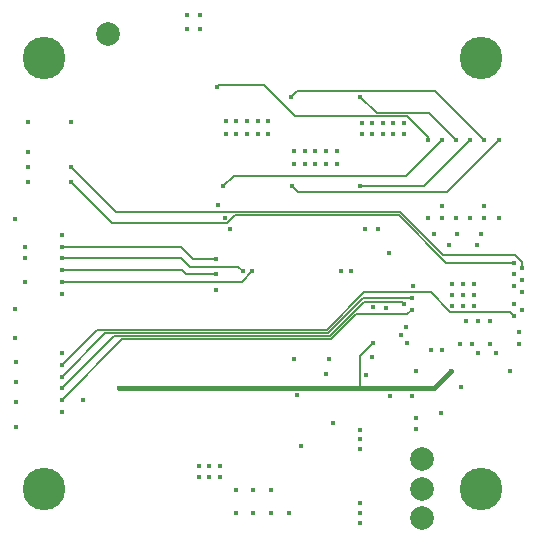
<source format=gbr>
%TF.GenerationSoftware,KiCad,Pcbnew,8.0.7*%
%TF.CreationDate,2025-04-07T22:13:35-04:00*%
%TF.ProjectId,motor-controller,6d6f746f-722d-4636-9f6e-74726f6c6c65,1*%
%TF.SameCoordinates,Original*%
%TF.FileFunction,Copper,L2,Inr*%
%TF.FilePolarity,Positive*%
%FSLAX46Y46*%
G04 Gerber Fmt 4.6, Leading zero omitted, Abs format (unit mm)*
G04 Created by KiCad (PCBNEW 8.0.7) date 2025-04-07 22:13:35*
%MOMM*%
%LPD*%
G01*
G04 APERTURE LIST*
%TA.AperFunction,ComponentPad*%
%ADD10C,3.600000*%
%TD*%
%TA.AperFunction,ViaPad*%
%ADD11C,0.450000*%
%TD*%
%TA.AperFunction,ViaPad*%
%ADD12C,2.000000*%
%TD*%
%TA.AperFunction,Conductor*%
%ADD13C,0.400000*%
%TD*%
%TA.AperFunction,Conductor*%
%ADD14C,0.200000*%
%TD*%
%TA.AperFunction,Conductor*%
%ADD15C,0.153000*%
%TD*%
%TA.AperFunction,Conductor*%
%ADD16C,0.175000*%
%TD*%
G04 APERTURE END LIST*
D10*
%TO.N,N/C*%
%TO.C,H2*%
X228500000Y-129000000D03*
%TD*%
%TO.N,N/C*%
%TO.C,H1*%
X191500000Y-129000000D03*
%TD*%
%TO.N,N/C*%
%TO.C,H3*%
X191500000Y-165500000D03*
%TD*%
%TO.N,N/C*%
%TO.C,H4*%
X228500000Y-165500000D03*
%TD*%
D11*
%TO.N,/motor_driver/MOTOR_{U}*%
X212700000Y-138000000D03*
X213600000Y-138000000D03*
X216300000Y-136900000D03*
X212700000Y-136900000D03*
X215400000Y-138000000D03*
X215400000Y-136900000D03*
X216300000Y-138000000D03*
X214500000Y-136900000D03*
X228520000Y-143900000D03*
X213600000Y-136900000D03*
X214500000Y-138000000D03*
D12*
%TO.N,GND*%
X223500000Y-165500000D03*
D11*
X227900000Y-149100000D03*
X222800000Y-148350000D03*
X220500000Y-150169999D03*
X189940000Y-148000000D03*
X204650000Y-164550000D03*
X223000000Y-155500000D03*
X227000000Y-149100000D03*
X227000000Y-150000000D03*
X231350000Y-149850000D03*
X189150000Y-154800000D03*
X227900000Y-150000000D03*
X231750000Y-153230000D03*
X189150000Y-158200000D03*
X204650000Y-163550000D03*
X207750000Y-165590001D03*
X224250000Y-153750000D03*
X226100000Y-148200000D03*
X229250000Y-151270000D03*
X227900000Y-148200000D03*
X205500000Y-164550000D03*
X189940000Y-146000000D03*
X212720000Y-154500000D03*
X203600000Y-126600000D03*
X206400000Y-163550000D03*
X203600000Y-125400000D03*
X193000001Y-149000000D03*
X205500000Y-163550000D03*
X206400000Y-164550000D03*
X190180000Y-134460000D03*
X189100000Y-152700000D03*
X216625000Y-147100000D03*
X189125000Y-160300000D03*
X223000000Y-160480000D03*
X189150000Y-156500000D03*
X215350000Y-155800001D03*
X227250000Y-151270000D03*
X215680000Y-154500000D03*
X227000000Y-148200000D03*
X219800000Y-143520000D03*
X204700000Y-125400000D03*
X190180000Y-138270000D03*
X193000001Y-154000000D03*
X189100000Y-142700000D03*
X206100000Y-148650000D03*
X204700000Y-126600000D03*
X222700000Y-157687500D03*
X209250000Y-165600000D03*
X189100000Y-150300000D03*
X190200000Y-137000000D03*
X228250000Y-151270000D03*
X216000000Y-159930000D03*
X226850000Y-156900000D03*
X226100000Y-150000000D03*
X231000000Y-155500000D03*
X226100000Y-149100000D03*
X219350000Y-150140001D03*
X225150000Y-159100000D03*
D12*
%TO.N,+BATT*%
X196900000Y-127000000D03*
D11*
X219350000Y-153159999D03*
X197825000Y-156950000D03*
X225975001Y-155500000D03*
%TO.N,+3V0*%
X225230000Y-153750000D03*
X220725000Y-145540001D03*
X218750000Y-155875001D03*
X218725000Y-143490001D03*
D12*
X223500000Y-163000000D03*
D11*
%TO.N,/motor_driver/MOTOR_{V}*%
X220200000Y-135500000D03*
X222000000Y-135500000D03*
X221100000Y-135500000D03*
X219300000Y-135500000D03*
X218400000Y-135500000D03*
X221100000Y-134500000D03*
X218400000Y-134500000D03*
X220200000Y-134500000D03*
X222000000Y-134500000D03*
X226520000Y-143900000D03*
X219300000Y-134500000D03*
%TO.N,/motor_driver/MOTOR_{W}*%
X210500000Y-135500000D03*
X207800000Y-135500000D03*
X224520000Y-143900000D03*
X209600000Y-134400000D03*
X206900000Y-135500000D03*
X206900000Y-134400000D03*
X207800000Y-134400000D03*
X208700000Y-135500000D03*
X210500000Y-134400000D03*
X209600000Y-135500000D03*
X208700000Y-134400000D03*
%TO.N,/motor_driver/NRST*%
X226750000Y-153250000D03*
X223000000Y-159520000D03*
X193820000Y-134460000D03*
X219250000Y-154375000D03*
%TO.N,/motor_driver/OSC32_N*%
X229250000Y-153250000D03*
%TO.N,/motor_driver/OSC32_P*%
X229750000Y-154000000D03*
%TO.N,/motor_driver/OSC_N*%
X227750000Y-153250000D03*
%TO.N,/motor_driver/OSC_P*%
X228250000Y-154000000D03*
%TO.N,Net-(D1B-K)*%
X228200000Y-144900000D03*
X228800000Y-141590001D03*
%TO.N,Net-(D2B-K)*%
X225800000Y-144900000D03*
X225200000Y-141590001D03*
%TO.N,+3V3*%
X189940001Y-145000000D03*
X231750000Y-152270000D03*
X217525000Y-147100000D03*
X210750000Y-165590001D03*
X190180000Y-139540000D03*
X193000001Y-159000000D03*
X212950000Y-157575000D03*
X194859999Y-158000000D03*
X218250000Y-162150000D03*
X218250000Y-161300000D03*
X218250000Y-160500000D03*
D12*
X223500000Y-168000000D03*
D11*
X193000001Y-144000000D03*
%TO.N,/motor_driver/VEL_ENC_{~{DET}}*%
X222650000Y-150350000D03*
X193000000Y-158000000D03*
%TO.N,/encoder/VEL_ENC.B*%
X222650000Y-149350000D03*
X193000000Y-156000000D03*
%TO.N,/encoder/VEL_ENC.A*%
X222000000Y-149850000D03*
X193000000Y-157000000D03*
%TO.N,/encoder/VEL_ENC.Z*%
X231350000Y-150850000D03*
X193000000Y-155000000D03*
%TO.N,/encoder/MOSI*%
X193000000Y-148000000D03*
X209150000Y-147100000D03*
%TO.N,/encoder/SCK*%
X208350000Y-147100000D03*
X193000000Y-146000000D03*
%TO.N,/encoder/MISO*%
X193000000Y-147000000D03*
X206100000Y-147350000D03*
%TO.N,/encoder/CSn*%
X206100000Y-146050000D03*
X193000000Y-145000000D03*
%TO.N,/BOOT_UART.RST*%
X209250000Y-167575000D03*
X220800000Y-157687500D03*
%TO.N,Net-(Q1-G)*%
X212445000Y-132300000D03*
X228800000Y-142609999D03*
X228800000Y-135990001D03*
%TO.N,Net-(Q2-G)*%
X230000000Y-135990001D03*
X230000000Y-142609999D03*
X212495001Y-139900000D03*
%TO.N,Net-(Q3-G)*%
X218295001Y-132300000D03*
X226400000Y-142609999D03*
X226400000Y-135990001D03*
%TO.N,/motor_driver/LED_{WARN}*%
X232000000Y-150350000D03*
%TO.N,Net-(Q4-G)*%
X227600000Y-142609999D03*
X218295001Y-139900000D03*
X227600000Y-135990001D03*
%TO.N,Net-(Q5-G)*%
X206175000Y-131450000D03*
X224000000Y-142609999D03*
X224000000Y-135990001D03*
%TO.N,Net-(Q6-G)*%
X206695001Y-139900000D03*
X225200000Y-142609999D03*
X225200000Y-135990001D03*
%TO.N,/motor_driver/LED_{FW_READY}*%
X231350000Y-148350000D03*
%TO.N,/motor_driver/LED_{ERROR}*%
X232000000Y-147850000D03*
%TO.N,/motor_driver/HALL_{1}*%
X222250000Y-153153500D03*
X206800000Y-142550000D03*
%TO.N,/motor_driver/HALL_{2}*%
X221750000Y-152525000D03*
X207300000Y-143500000D03*
%TO.N,/motor_driver/HALL_{3}*%
X206250000Y-141500000D03*
X222200000Y-151850000D03*
%TO.N,/BOOT_UART.RX*%
X210750000Y-167575000D03*
X231350000Y-147350000D03*
%TO.N,Net-(J5-Pin_8)*%
X212250000Y-167575000D03*
%TO.N,/BOOT_UART.BOOT0*%
X207750000Y-167575000D03*
X232000000Y-148850000D03*
%TO.N,/motor_driver/SWCLK*%
X213259999Y-161850000D03*
X193820000Y-138270000D03*
X232000000Y-146850000D03*
%TO.N,Net-(J5-Pin_12)*%
X218250000Y-166750000D03*
X218250000Y-168400000D03*
X218250000Y-167575000D03*
%TO.N,/motor_driver/SWDIO*%
X193820000Y-139540000D03*
X231350000Y-146350000D03*
%TD*%
D13*
%TO.N,+BATT*%
X225975001Y-155500000D02*
X224525001Y-156950000D01*
X224525001Y-156950000D02*
X218250000Y-156950000D01*
D14*
X219350000Y-153159999D02*
X218246000Y-154263999D01*
D13*
X218250000Y-156950000D02*
X197825000Y-156950000D01*
D14*
X218246000Y-156946000D02*
X218250000Y-156950000D01*
X218246000Y-154263999D02*
X218246000Y-156946000D01*
D15*
%TO.N,/motor_driver/VEL_ENC_{~{DET}}*%
X222275000Y-150725000D02*
X222650000Y-150350000D01*
X198135000Y-152865000D02*
X215830980Y-152865000D01*
X215830980Y-152865000D02*
X217970980Y-150725000D01*
X193000000Y-158000000D02*
X198135000Y-152865000D01*
X217970980Y-150725000D02*
X222275000Y-150725000D01*
%TO.N,/encoder/VEL_ENC.B*%
X193000000Y-156000000D02*
X196695000Y-152305000D01*
X196695000Y-152305000D02*
X215595000Y-152305000D01*
X218530500Y-149369500D02*
X222630500Y-149369500D01*
X215595000Y-152305000D02*
X218530500Y-149369500D01*
X222630500Y-149369500D02*
X222650000Y-149350000D01*
%TO.N,/encoder/VEL_ENC.A*%
X193000000Y-157000000D02*
X197415000Y-152585000D01*
X197415000Y-152585000D02*
X215715000Y-152585000D01*
X221809501Y-149659501D02*
X222000000Y-149850000D01*
X215715000Y-152585000D02*
X218640499Y-149659501D01*
X218640499Y-149659501D02*
X221809501Y-149659501D01*
%TO.N,/encoder/VEL_ENC.Z*%
X225920470Y-150500000D02*
X231000000Y-150500000D01*
X215475000Y-152025000D02*
X218630500Y-148869500D01*
X195975000Y-152025000D02*
X215475000Y-152025000D01*
X218630500Y-148869500D02*
X224289970Y-148869500D01*
X193000000Y-155000000D02*
X195975000Y-152025000D01*
X231000000Y-150500000D02*
X231350000Y-150850000D01*
X224289970Y-148869500D02*
X225920470Y-150500000D01*
%TO.N,/encoder/MOSI*%
X193000000Y-148000000D02*
X208250000Y-148000000D01*
X208250000Y-148000000D02*
X209150000Y-147100000D01*
%TO.N,/encoder/SCK*%
X207950000Y-146700000D02*
X208350000Y-147100000D01*
X203150000Y-146000000D02*
X203850000Y-146700000D01*
X203850000Y-146700000D02*
X207950000Y-146700000D01*
X193000000Y-146000000D02*
X203150000Y-146000000D01*
%TO.N,/encoder/MISO*%
X206100000Y-147350000D02*
X203550000Y-147350000D01*
X203550000Y-147350000D02*
X203200000Y-147000000D01*
X203200000Y-147000000D02*
X193000000Y-147000000D01*
%TO.N,/encoder/CSn*%
X203100000Y-145000000D02*
X193000000Y-145000000D01*
X204150000Y-146050000D02*
X203100000Y-145000000D01*
X206100000Y-146050000D02*
X204150000Y-146050000D01*
D16*
%TO.N,Net-(Q1-G)*%
X212936500Y-131808500D02*
X224618499Y-131808500D01*
X212445000Y-132300000D02*
X212936500Y-131808500D01*
X224618499Y-131808500D02*
X228800000Y-135990001D01*
%TO.N,Net-(Q2-G)*%
X212986501Y-140391500D02*
X225598501Y-140391500D01*
X225598501Y-140391500D02*
X230000000Y-135990001D01*
X212495001Y-139900000D02*
X212986501Y-140391500D01*
%TO.N,Net-(Q3-G)*%
X221625000Y-133673001D02*
X219673001Y-133673001D01*
X224083000Y-133673001D02*
X222380091Y-133673001D01*
X222380091Y-133673001D02*
X222380090Y-133673000D01*
X219673001Y-133673001D02*
X218300000Y-132300000D01*
X226400000Y-135990001D02*
X224083000Y-133673001D01*
X218300000Y-132300000D02*
X218295001Y-132300000D01*
X222380090Y-133673000D02*
X221625000Y-133673001D01*
%TO.N,Net-(Q4-G)*%
X223690001Y-139900000D02*
X227600000Y-135990001D01*
X218295001Y-139900000D02*
X223690001Y-139900000D01*
%TO.N,Net-(Q5-G)*%
X206275000Y-131350000D02*
X210125000Y-131350000D01*
X222254998Y-133975000D02*
X224000000Y-135720002D01*
X206175000Y-131450000D02*
X206275000Y-131350000D01*
X210125000Y-131350000D02*
X212750000Y-133975000D01*
X212750000Y-133975000D02*
X222254998Y-133975000D01*
X224000000Y-135720002D02*
X224000000Y-135990001D01*
%TO.N,Net-(Q6-G)*%
X206695001Y-139900000D02*
X207582371Y-139012630D01*
X222177371Y-139012630D02*
X225200000Y-135990001D01*
X207582371Y-139012630D02*
X222177371Y-139012630D01*
D15*
%TO.N,/motor_driver/SWCLK*%
X225302010Y-145702010D02*
X231381540Y-145702010D01*
X193820000Y-138270000D02*
X197600000Y-142050000D01*
X231381540Y-145702010D02*
X232000000Y-146320470D01*
X232000000Y-146320470D02*
X232000000Y-146850000D01*
X197600000Y-142050000D02*
X221650000Y-142050000D01*
X221650000Y-142050000D02*
X225302010Y-145702010D01*
%TO.N,/motor_driver/SWDIO*%
X193820000Y-139540000D02*
X197310500Y-143030500D01*
X206999030Y-143030500D02*
X207699530Y-142330000D01*
X207699530Y-142330000D02*
X221534020Y-142330000D01*
X225554020Y-146350000D02*
X231350000Y-146350000D01*
X221534020Y-142330000D02*
X225554020Y-146350000D01*
X197310500Y-143030500D02*
X206999030Y-143030500D01*
%TD*%
M02*

</source>
